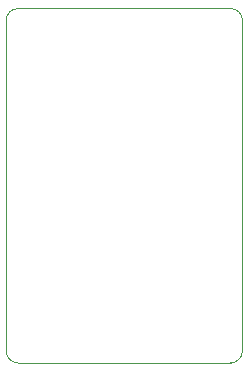
<source format=gbr>
G04 #@! TF.GenerationSoftware,KiCad,Pcbnew,(5.1.2)-1*
G04 #@! TF.CreationDate,2020-05-23T15:23:26+09:00*
G04 #@! TF.ProjectId,cp,63702e6b-6963-4616-945f-706362585858,v1.1*
G04 #@! TF.SameCoordinates,Original*
G04 #@! TF.FileFunction,Profile,NP*
%FSLAX46Y46*%
G04 Gerber Fmt 4.6, Leading zero omitted, Abs format (unit mm)*
G04 Created by KiCad (PCBNEW (5.1.2)-1) date 2020-05-23 15:23:26*
%MOMM*%
%LPD*%
G04 APERTURE LIST*
%ADD10C,0.050000*%
G04 APERTURE END LIST*
D10*
X130000000Y-149000000D02*
G75*
G02X129000000Y-150000000I-1000000J0D01*
G01*
X111000000Y-150000000D02*
G75*
G02X110000000Y-149000000I0J1000000D01*
G01*
X110000000Y-121000000D02*
G75*
G02X111000000Y-120000000I1000000J0D01*
G01*
X129000000Y-120000000D02*
G75*
G02X130000000Y-121000000I0J-1000000D01*
G01*
X129000000Y-120000000D02*
X111000000Y-120000000D01*
X130000000Y-149000000D02*
X130000000Y-121000000D01*
X111000000Y-150000000D02*
X129000000Y-150000000D01*
X110000000Y-121000000D02*
X110000000Y-149000000D01*
M02*

</source>
